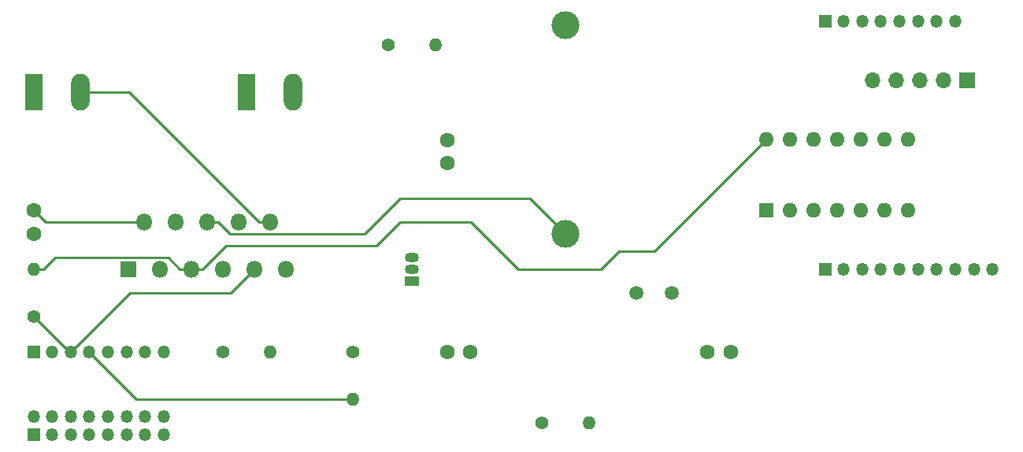
<source format=gbr>
G04 #@! TF.GenerationSoftware,KiCad,Pcbnew,5.0.2+dfsg1-1*
G04 #@! TF.CreationDate,2020-09-02T15:30:14-03:00*
G04 #@! TF.ProjectId,Quanser_Controller,5175616e-7365-4725-9f43-6f6e74726f6c,rev?*
G04 #@! TF.SameCoordinates,Original*
G04 #@! TF.FileFunction,Copper,L1,Top*
G04 #@! TF.FilePolarity,Positive*
%FSLAX46Y46*%
G04 Gerber Fmt 4.6, Leading zero omitted, Abs format (unit mm)*
G04 Created by KiCad (PCBNEW 5.0.2+dfsg1-1) date qua 02 set 2020 15:30:14 -03*
%MOMM*%
%LPD*%
G01*
G04 APERTURE LIST*
G04 #@! TA.AperFunction,ComponentPad*
%ADD10R,1.800000X1.800000*%
G04 #@! TD*
G04 #@! TA.AperFunction,ComponentPad*
%ADD11O,1.800000X1.800000*%
G04 #@! TD*
G04 #@! TA.AperFunction,ComponentPad*
%ADD12R,1.700000X1.700000*%
G04 #@! TD*
G04 #@! TA.AperFunction,ComponentPad*
%ADD13O,1.700000X1.700000*%
G04 #@! TD*
G04 #@! TA.AperFunction,ComponentPad*
%ADD14C,1.500000*%
G04 #@! TD*
G04 #@! TA.AperFunction,ComponentPad*
%ADD15C,1.600000*%
G04 #@! TD*
G04 #@! TA.AperFunction,ComponentPad*
%ADD16C,3.000000*%
G04 #@! TD*
G04 #@! TA.AperFunction,ComponentPad*
%ADD17R,1.350000X1.350000*%
G04 #@! TD*
G04 #@! TA.AperFunction,ComponentPad*
%ADD18O,1.350000X1.350000*%
G04 #@! TD*
G04 #@! TA.AperFunction,ComponentPad*
%ADD19R,1.980000X3.960000*%
G04 #@! TD*
G04 #@! TA.AperFunction,ComponentPad*
%ADD20O,1.980000X3.960000*%
G04 #@! TD*
G04 #@! TA.AperFunction,ComponentPad*
%ADD21O,1.500000X1.050000*%
G04 #@! TD*
G04 #@! TA.AperFunction,ComponentPad*
%ADD22R,1.500000X1.050000*%
G04 #@! TD*
G04 #@! TA.AperFunction,ComponentPad*
%ADD23C,1.400000*%
G04 #@! TD*
G04 #@! TA.AperFunction,ComponentPad*
%ADD24O,1.400000X1.400000*%
G04 #@! TD*
G04 #@! TA.AperFunction,ComponentPad*
%ADD25O,1.600000X1.600000*%
G04 #@! TD*
G04 #@! TA.AperFunction,ComponentPad*
%ADD26R,1.600000X1.600000*%
G04 #@! TD*
G04 #@! TA.AperFunction,Conductor*
%ADD27C,0.250000*%
G04 #@! TD*
G04 APERTURE END LIST*
D10*
G04 #@! TO.P,U1,1*
G04 #@! TO.N,Net-(C3-Pad2)*
X107950000Y-80010000D03*
D11*
G04 #@! TO.P,U1,2*
G04 #@! TO.N,Net-(C3-Pad1)*
X109650000Y-74930000D03*
G04 #@! TO.P,U1,3*
G04 #@! TO.N,PWM*
X111350000Y-80010000D03*
G04 #@! TO.P,U1,4*
G04 #@! TO.N,BRAKE*
X113050000Y-74930000D03*
G04 #@! TO.P,U1,5*
G04 #@! TO.N,+5V*
X114750000Y-80010000D03*
G04 #@! TO.P,U1,6*
G04 #@! TO.N,Net-(F1-Pad1)*
X116450000Y-74930000D03*
G04 #@! TO.P,U1,7*
G04 #@! TO.N,GND*
X118150000Y-80010000D03*
G04 #@! TO.P,U1,8*
G04 #@! TO.N,Net-(R2-Pad2)*
X119850000Y-74930000D03*
G04 #@! TO.P,U1,9*
G04 #@! TO.N,TH_FLAG*
X121550000Y-80010000D03*
G04 #@! TO.P,U1,10*
G04 #@! TO.N,Net-(C4-Pad2)*
X123250000Y-74930000D03*
G04 #@! TO.P,U1,11*
G04 #@! TO.N,Net-(C4-Pad1)*
X124950000Y-80010000D03*
G04 #@! TD*
D12*
G04 #@! TO.P,J2,1*
G04 #@! TO.N,GND*
X198120000Y-59690000D03*
D13*
G04 #@! TO.P,J2,2*
G04 #@! TO.N,+5V*
X195580000Y-59690000D03*
G04 #@! TO.P,J2,3*
G04 #@! TO.N,Net-(J2-Pad3)*
X193040000Y-59690000D03*
G04 #@! TO.P,J2,4*
G04 #@! TO.N,Net-(J2-Pad4)*
X190500000Y-59690000D03*
G04 #@! TO.P,J2,5*
G04 #@! TO.N,Net-(J2-Pad5)*
X187960000Y-59690000D03*
G04 #@! TD*
D14*
G04 #@! TO.P,Crystal1,1*
G04 #@! TO.N,Net-(C1-Pad1)*
X162560000Y-82550000D03*
G04 #@! TO.P,Crystal1,2*
G04 #@! TO.N,Net-(C2-Pad1)*
X166360000Y-82550000D03*
G04 #@! TD*
D15*
G04 #@! TO.P,C1,1*
G04 #@! TO.N,Net-(C1-Pad1)*
X142240000Y-88900000D03*
G04 #@! TO.P,C1,2*
G04 #@! TO.N,GND*
X144740000Y-88900000D03*
G04 #@! TD*
G04 #@! TO.P,C2,2*
G04 #@! TO.N,GND*
X172720000Y-88900000D03*
G04 #@! TO.P,C2,1*
G04 #@! TO.N,Net-(C2-Pad1)*
X170220000Y-88900000D03*
G04 #@! TD*
G04 #@! TO.P,C3,1*
G04 #@! TO.N,Net-(C3-Pad1)*
X97790000Y-73660000D03*
G04 #@! TO.P,C3,2*
G04 #@! TO.N,Net-(C3-Pad2)*
X97790000Y-76160000D03*
G04 #@! TD*
G04 #@! TO.P,C4,2*
G04 #@! TO.N,Net-(C4-Pad2)*
X142240000Y-66080000D03*
G04 #@! TO.P,C4,1*
G04 #@! TO.N,Net-(C4-Pad1)*
X142240000Y-68580000D03*
G04 #@! TD*
D16*
G04 #@! TO.P,F1,1*
G04 #@! TO.N,Net-(F1-Pad1)*
X154940000Y-76200000D03*
G04 #@! TO.P,F1,2*
G04 #@! TO.N,Net-(F1-Pad2)*
X154940000Y-53700000D03*
G04 #@! TD*
D17*
G04 #@! TO.P,J1,1*
G04 #@! TO.N,GND*
X97790000Y-97790000D03*
D18*
G04 #@! TO.P,J1,2*
G04 #@! TO.N,Net-(J1-Pad2)*
X97790000Y-95790000D03*
G04 #@! TO.P,J1,3*
G04 #@! TO.N,GND*
X99790000Y-97790000D03*
G04 #@! TO.P,J1,4*
G04 #@! TO.N,Net-(J1-Pad4)*
X99790000Y-95790000D03*
G04 #@! TO.P,J1,5*
G04 #@! TO.N,GND*
X101790000Y-97790000D03*
G04 #@! TO.P,J1,6*
G04 #@! TO.N,ELB1*
X101790000Y-95790000D03*
G04 #@! TO.P,J1,7*
G04 #@! TO.N,GND*
X103790000Y-97790000D03*
G04 #@! TO.P,J1,8*
G04 #@! TO.N,ELB2*
X103790000Y-95790000D03*
G04 #@! TO.P,J1,9*
G04 #@! TO.N,GND*
X105790000Y-97790000D03*
G04 #@! TO.P,J1,10*
G04 #@! TO.N,Net-(J1-Pad10)*
X105790000Y-95790000D03*
G04 #@! TO.P,J1,11*
G04 #@! TO.N,GND*
X107790000Y-97790000D03*
G04 #@! TO.P,J1,12*
G04 #@! TO.N,Net-(J1-Pad12)*
X107790000Y-95790000D03*
G04 #@! TO.P,J1,13*
G04 #@! TO.N,GND*
X109790000Y-97790000D03*
G04 #@! TO.P,J1,14*
G04 #@! TO.N,Net-(J1-Pad14)*
X109790000Y-95790000D03*
G04 #@! TO.P,J1,15*
G04 #@! TO.N,GND*
X111790000Y-97790000D03*
G04 #@! TO.P,J1,16*
G04 #@! TO.N,Net-(J1-Pad16)*
X111790000Y-95790000D03*
G04 #@! TD*
D17*
G04 #@! TO.P,J3,1*
G04 #@! TO.N,Net-(J3-Pad1)*
X182880000Y-80010000D03*
D18*
G04 #@! TO.P,J3,2*
G04 #@! TO.N,Net-(J3-Pad2)*
X184880000Y-80010000D03*
G04 #@! TO.P,J3,3*
G04 #@! TO.N,Net-(J3-Pad3)*
X186880000Y-80010000D03*
G04 #@! TO.P,J3,4*
G04 #@! TO.N,Net-(J3-Pad4)*
X188880000Y-80010000D03*
G04 #@! TO.P,J3,5*
G04 #@! TO.N,SCLK*
X190880000Y-80010000D03*
G04 #@! TO.P,J3,6*
G04 #@! TO.N,MISO*
X192880000Y-80010000D03*
G04 #@! TO.P,J3,7*
G04 #@! TO.N,MOSI*
X194880000Y-80010000D03*
G04 #@! TO.P,J3,8*
G04 #@! TO.N,#SS*
X196880000Y-80010000D03*
G04 #@! TO.P,J3,9*
G04 #@! TO.N,Net-(J3-Pad9)*
X198880000Y-80010000D03*
G04 #@! TO.P,J3,10*
G04 #@! TO.N,Net-(J3-Pad10)*
X200880000Y-80010000D03*
G04 #@! TD*
D17*
G04 #@! TO.P,J4,1*
G04 #@! TO.N,Net-(J4-Pad1)*
X97790000Y-88900000D03*
D18*
G04 #@! TO.P,J4,2*
G04 #@! TO.N,Net-(J4-Pad2)*
X99790000Y-88900000D03*
G04 #@! TO.P,J4,3*
G04 #@! TO.N,TH_FLAG*
X101790000Y-88900000D03*
G04 #@! TO.P,J4,4*
G04 #@! TO.N,DISABLE*
X103790000Y-88900000D03*
G04 #@! TO.P,J4,5*
G04 #@! TO.N,ELB1*
X105790000Y-88900000D03*
G04 #@! TO.P,J4,6*
G04 #@! TO.N,ELB2*
X107790000Y-88900000D03*
G04 #@! TO.P,J4,7*
G04 #@! TO.N,PWM*
X109790000Y-88900000D03*
G04 #@! TO.P,J4,8*
G04 #@! TO.N,BRAKE*
X111790000Y-88900000D03*
G04 #@! TD*
G04 #@! TO.P,J5,8*
G04 #@! TO.N,Net-(J5-Pad8)*
X196880000Y-53340000D03*
G04 #@! TO.P,J5,7*
G04 #@! TO.N,GND*
X194880000Y-53340000D03*
G04 #@! TO.P,J5,6*
X192880000Y-53340000D03*
G04 #@! TO.P,J5,5*
G04 #@! TO.N,+5V*
X190880000Y-53340000D03*
G04 #@! TO.P,J5,4*
G04 #@! TO.N,Net-(J5-Pad4)*
X188880000Y-53340000D03*
G04 #@! TO.P,J5,3*
G04 #@! TO.N,Net-(J5-Pad3)*
X186880000Y-53340000D03*
G04 #@! TO.P,J5,2*
G04 #@! TO.N,Net-(J5-Pad2)*
X184880000Y-53340000D03*
D17*
G04 #@! TO.P,J5,1*
G04 #@! TO.N,Net-(J5-Pad1)*
X182880000Y-53340000D03*
G04 #@! TD*
D19*
G04 #@! TO.P,J6,1*
G04 #@! TO.N,Net-(C3-Pad1)*
X97790000Y-60960000D03*
D20*
G04 #@! TO.P,J6,2*
G04 #@! TO.N,Net-(C4-Pad2)*
X102790000Y-60960000D03*
G04 #@! TD*
G04 #@! TO.P,J7,2*
G04 #@! TO.N,GND*
X125650000Y-60960000D03*
D19*
G04 #@! TO.P,J7,1*
G04 #@! TO.N,+28V*
X120650000Y-60960000D03*
G04 #@! TD*
D21*
G04 #@! TO.P,Q1,2*
G04 #@! TO.N,Net-(Q1-Pad2)*
X138430000Y-80010000D03*
G04 #@! TO.P,Q1,3*
G04 #@! TO.N,GND*
X138430000Y-78740000D03*
D22*
G04 #@! TO.P,Q1,1*
G04 #@! TO.N,Net-(F1-Pad2)*
X138430000Y-81280000D03*
G04 #@! TD*
D23*
G04 #@! TO.P,R1,1*
G04 #@! TO.N,Net-(C1-Pad1)*
X152400000Y-96520000D03*
D24*
G04 #@! TO.P,R1,2*
G04 #@! TO.N,Net-(C2-Pad1)*
X157480000Y-96520000D03*
G04 #@! TD*
G04 #@! TO.P,R2,2*
G04 #@! TO.N,Net-(R2-Pad2)*
X123190000Y-88900000D03*
D23*
G04 #@! TO.P,R2,1*
G04 #@! TO.N,GND*
X118110000Y-88900000D03*
G04 #@! TD*
G04 #@! TO.P,R3,1*
G04 #@! TO.N,TH_FLAG*
X97790000Y-85090000D03*
D24*
G04 #@! TO.P,R3,2*
G04 #@! TO.N,+5V*
X97790000Y-80010000D03*
G04 #@! TD*
D23*
G04 #@! TO.P,R4,1*
G04 #@! TO.N,Net-(Q1-Pad2)*
X132080000Y-88900000D03*
D24*
G04 #@! TO.P,R4,2*
G04 #@! TO.N,DISABLE*
X132080000Y-93980000D03*
G04 #@! TD*
G04 #@! TO.P,R5,2*
G04 #@! TO.N,Net-(F1-Pad2)*
X140970000Y-55880000D03*
D23*
G04 #@! TO.P,R5,1*
G04 #@! TO.N,+28V*
X135890000Y-55880000D03*
G04 #@! TD*
D25*
G04 #@! TO.P,U2,14*
G04 #@! TO.N,+5V*
X176530000Y-66040000D03*
G04 #@! TO.P,U2,7*
G04 #@! TO.N,MOSI*
X191770000Y-73660000D03*
G04 #@! TO.P,U2,13*
G04 #@! TO.N,+5V*
X179070000Y-66040000D03*
G04 #@! TO.P,U2,6*
G04 #@! TO.N,MISO*
X189230000Y-73660000D03*
G04 #@! TO.P,U2,12*
G04 #@! TO.N,Net-(J2-Pad5)*
X181610000Y-66040000D03*
G04 #@! TO.P,U2,5*
G04 #@! TO.N,SCLK*
X186690000Y-73660000D03*
G04 #@! TO.P,U2,11*
G04 #@! TO.N,Net-(J2-Pad4)*
X184150000Y-66040000D03*
G04 #@! TO.P,U2,4*
G04 #@! TO.N,#SS*
X184150000Y-73660000D03*
G04 #@! TO.P,U2,10*
G04 #@! TO.N,Net-(U2-Pad10)*
X186690000Y-66040000D03*
G04 #@! TO.P,U2,3*
G04 #@! TO.N,GND*
X181610000Y-73660000D03*
G04 #@! TO.P,U2,9*
G04 #@! TO.N,Net-(U2-Pad9)*
X189230000Y-66040000D03*
G04 #@! TO.P,U2,2*
G04 #@! TO.N,Net-(C2-Pad1)*
X179070000Y-73660000D03*
G04 #@! TO.P,U2,8*
G04 #@! TO.N,Net-(U2-Pad8)*
X191770000Y-66040000D03*
D26*
G04 #@! TO.P,U2,1*
G04 #@! TO.N,Net-(C1-Pad1)*
X176530000Y-73660000D03*
G04 #@! TD*
D27*
G04 #@! TO.N,Net-(C3-Pad1)*
X109650000Y-74930000D02*
X99060000Y-74930000D01*
X99060000Y-74930000D02*
X97790000Y-73660000D01*
G04 #@! TO.N,Net-(C4-Pad2)*
X123250000Y-74930000D02*
X122024700Y-74930000D01*
X122024700Y-74930000D02*
X108054700Y-60960000D01*
X108054700Y-60960000D02*
X102790000Y-60960000D01*
G04 #@! TO.N,Net-(F1-Pad1)*
X116450000Y-74930000D02*
X117675300Y-74930000D01*
X117675300Y-74930000D02*
X118945300Y-76200000D01*
X118945300Y-76200000D02*
X133350000Y-76200000D01*
X133350000Y-76200000D02*
X137160000Y-72390000D01*
X151130000Y-72390000D02*
X154940000Y-76200000D01*
X137160000Y-72390000D02*
X151130000Y-72390000D01*
G04 #@! TO.N,+5V*
X97790000Y-80010000D02*
X98815300Y-80010000D01*
X114750000Y-80010000D02*
X113524700Y-80010000D01*
X113524700Y-80010000D02*
X112260000Y-78745300D01*
X112260000Y-78745300D02*
X100080000Y-78745300D01*
X100080000Y-78745300D02*
X98815300Y-80010000D01*
X134620000Y-77470000D02*
X118515300Y-77470000D01*
X137160000Y-74930000D02*
X134620000Y-77470000D01*
X115975300Y-80010000D02*
X114750000Y-80010000D01*
X118515300Y-77470000D02*
X115975300Y-80010000D01*
X164531600Y-78038400D02*
X160721600Y-78038400D01*
X176530000Y-66040000D02*
X164531600Y-78038400D01*
X160721600Y-78038400D02*
X158750000Y-80010000D01*
X158750000Y-80010000D02*
X149860000Y-80010000D01*
X144780000Y-74930000D02*
X137160000Y-74930000D01*
X149860000Y-80010000D02*
X144780000Y-74930000D01*
G04 #@! TO.N,TH_FLAG*
X97790000Y-85090000D02*
X101600000Y-88900000D01*
X101600000Y-88900000D02*
X101790000Y-88900000D01*
X108140000Y-82550000D02*
X101790000Y-88900000D01*
X121550000Y-80010000D02*
X119010000Y-82550000D01*
X119010000Y-82550000D02*
X108140000Y-82550000D01*
G04 #@! TO.N,DISABLE*
X132080000Y-93980000D02*
X108870000Y-93980000D01*
X108870000Y-93980000D02*
X103790000Y-88900000D01*
G04 #@! TD*
M02*

</source>
